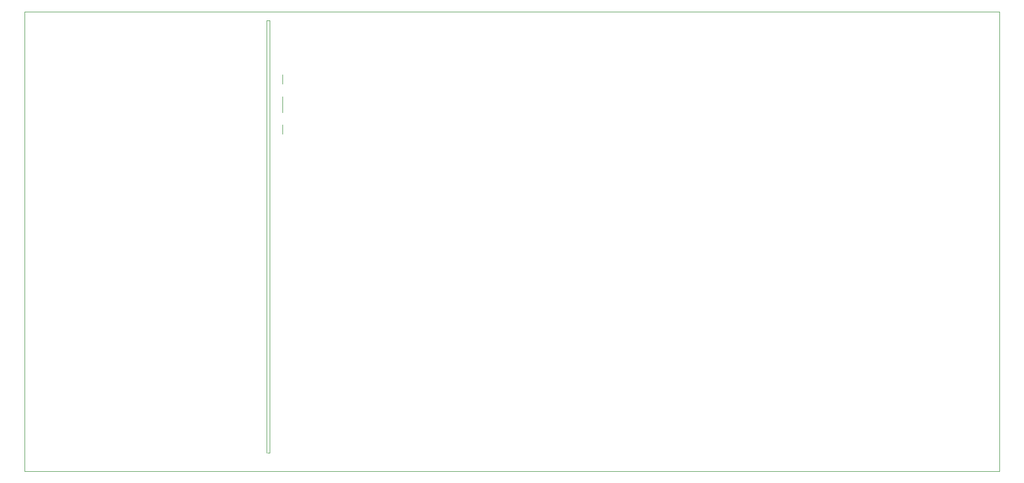
<source format=gbr>
%TF.GenerationSoftware,KiCad,Pcbnew,7.0.9*%
%TF.CreationDate,2024-01-04T23:56:05+08:00*%
%TF.ProjectId,stm32_timer_app,73746d33-325f-4746-996d-65725f617070,rev?*%
%TF.SameCoordinates,PX6a6e180PY6b00940*%
%TF.FileFunction,Profile,NP*%
%FSLAX46Y46*%
G04 Gerber Fmt 4.6, Leading zero omitted, Abs format (unit mm)*
G04 Created by KiCad (PCBNEW 7.0.9) date 2024-01-04 23:56:05*
%MOMM*%
%LPD*%
G01*
G04 APERTURE LIST*
%TA.AperFunction,Profile*%
%ADD10C,0.100000*%
%TD*%
%TA.AperFunction,Profile*%
%ADD11C,0.010000*%
%TD*%
G04 APERTURE END LIST*
D10*
X0Y76100000D02*
X0Y0D01*
X161300000Y0D02*
X161300000Y76100000D01*
X40500000Y74700000D02*
X40500000Y3000000D01*
X40200000Y3000000D02*
X40450000Y3000000D01*
X161300000Y76100000D02*
X0Y76100000D01*
X40000000Y74700000D02*
X40500000Y74700000D01*
X0Y0D02*
X161300000Y0D01*
X40000000Y74700000D02*
X40000000Y3000000D01*
D11*
%TO.C,J7*%
X42650000Y65662500D02*
X42650000Y64162500D01*
X42650000Y60762500D02*
X42650000Y62062500D01*
X42650000Y60762500D02*
X42650000Y59462500D01*
X42650000Y55862500D02*
X42650000Y57362500D01*
%TD*%
M02*

</source>
